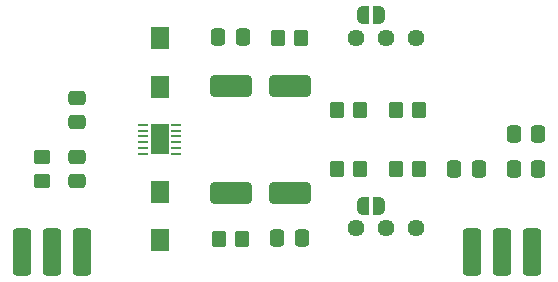
<source format=gts>
%TF.GenerationSoftware,KiCad,Pcbnew,8.0.4*%
%TF.CreationDate,2025-01-20T11:41:48+00:00*%
%TF.ProjectId,r1283_power,72313238-335f-4706-9f77-65722e6b6963,rev?*%
%TF.SameCoordinates,Original*%
%TF.FileFunction,Soldermask,Top*%
%TF.FilePolarity,Negative*%
%FSLAX46Y46*%
G04 Gerber Fmt 4.6, Leading zero omitted, Abs format (unit mm)*
G04 Created by KiCad (PCBNEW 8.0.4) date 2025-01-20 11:41:48*
%MOMM*%
%LPD*%
G01*
G04 APERTURE LIST*
G04 Aperture macros list*
%AMRoundRect*
0 Rectangle with rounded corners*
0 $1 Rounding radius*
0 $2 $3 $4 $5 $6 $7 $8 $9 X,Y pos of 4 corners*
0 Add a 4 corners polygon primitive as box body*
4,1,4,$2,$3,$4,$5,$6,$7,$8,$9,$2,$3,0*
0 Add four circle primitives for the rounded corners*
1,1,$1+$1,$2,$3*
1,1,$1+$1,$4,$5*
1,1,$1+$1,$6,$7*
1,1,$1+$1,$8,$9*
0 Add four rect primitives between the rounded corners*
20,1,$1+$1,$2,$3,$4,$5,0*
20,1,$1+$1,$4,$5,$6,$7,0*
20,1,$1+$1,$6,$7,$8,$9,0*
20,1,$1+$1,$8,$9,$2,$3,0*%
%AMFreePoly0*
4,1,19,0.500000,-0.750000,0.000000,-0.750000,0.000000,-0.744911,-0.071157,-0.744911,-0.207708,-0.704816,-0.327430,-0.627875,-0.420627,-0.520320,-0.479746,-0.390866,-0.500000,-0.250000,-0.500000,0.250000,-0.479746,0.390866,-0.420627,0.520320,-0.327430,0.627875,-0.207708,0.704816,-0.071157,0.744911,0.000000,0.744911,0.000000,0.750000,0.500000,0.750000,0.500000,-0.750000,0.500000,-0.750000,
$1*%
%AMFreePoly1*
4,1,19,0.000000,0.744911,0.071157,0.744911,0.207708,0.704816,0.327430,0.627875,0.420627,0.520320,0.479746,0.390866,0.500000,0.250000,0.500000,-0.250000,0.479746,-0.390866,0.420627,-0.520320,0.327430,-0.627875,0.207708,-0.704816,0.071157,-0.744911,0.000000,-0.744911,0.000000,-0.750000,-0.500000,-0.750000,-0.500000,0.750000,0.000000,0.750000,0.000000,0.744911,0.000000,0.744911,
$1*%
G04 Aperture macros list end*
%ADD10RoundRect,0.062500X0.362500X0.062500X-0.362500X0.062500X-0.362500X-0.062500X0.362500X-0.062500X0*%
%ADD11R,1.600000X2.500000*%
%ADD12RoundRect,0.250000X1.500000X0.650000X-1.500000X0.650000X-1.500000X-0.650000X1.500000X-0.650000X0*%
%ADD13RoundRect,0.250000X-0.350000X-0.450000X0.350000X-0.450000X0.350000X0.450000X-0.350000X0.450000X0*%
%ADD14C,1.440000*%
%ADD15RoundRect,0.250000X-0.475000X0.337500X-0.475000X-0.337500X0.475000X-0.337500X0.475000X0.337500X0*%
%ADD16FreePoly0,180.000000*%
%ADD17FreePoly1,180.000000*%
%ADD18RoundRect,0.250000X0.350000X0.450000X-0.350000X0.450000X-0.350000X-0.450000X0.350000X-0.450000X0*%
%ADD19RoundRect,0.250000X-1.500000X-0.650000X1.500000X-0.650000X1.500000X0.650000X-1.500000X0.650000X0*%
%ADD20RoundRect,0.250000X0.450000X-0.350000X0.450000X0.350000X-0.450000X0.350000X-0.450000X-0.350000X0*%
%ADD21R,1.600000X1.900000*%
%ADD22RoundRect,0.250000X-0.337500X-0.475000X0.337500X-0.475000X0.337500X0.475000X-0.337500X0.475000X0*%
%ADD23RoundRect,0.250000X0.337500X0.475000X-0.337500X0.475000X-0.337500X-0.475000X0.337500X-0.475000X0*%
%ADD24RoundRect,0.250000X-0.500000X-1.750000X0.500000X-1.750000X0.500000X1.750000X-0.500000X1.750000X0*%
%ADD25RoundRect,0.250000X0.500000X1.750000X-0.500000X1.750000X-0.500000X-1.750000X0.500000X-1.750000X0*%
G04 APERTURE END LIST*
D10*
%TO.C,U1*%
X66425000Y-63750000D03*
X66425000Y-63250000D03*
X66425000Y-62750000D03*
X66425000Y-62250000D03*
X66425000Y-61750000D03*
X66425000Y-61250000D03*
X63575000Y-61250000D03*
X63575000Y-61750000D03*
X63575000Y-62250000D03*
X63575000Y-62750000D03*
X63575000Y-63250000D03*
X63575000Y-63750000D03*
D11*
X65000000Y-62500000D03*
%TD*%
D12*
%TO.C,D1*%
X76000000Y-58000000D03*
X71000000Y-58000000D03*
%TD*%
D13*
%TO.C,R5*%
X85000000Y-65000000D03*
X87000000Y-65000000D03*
%TD*%
D14*
%TO.C,RV2*%
X86700000Y-53900000D03*
X84160000Y-53900000D03*
X81620000Y-53900000D03*
%TD*%
D15*
%TO.C,C1*%
X58000000Y-63962500D03*
X58000000Y-66037500D03*
%TD*%
D16*
%TO.C,JP2*%
X83540000Y-68100000D03*
D17*
X82240000Y-68100000D03*
%TD*%
D18*
%TO.C,R2*%
X77000000Y-53900000D03*
X75000000Y-53900000D03*
%TD*%
D19*
%TO.C,D2*%
X71000000Y-67000000D03*
X76000000Y-67000000D03*
%TD*%
D20*
%TO.C,R7*%
X55000000Y-66000000D03*
X55000000Y-64000000D03*
%TD*%
D21*
%TO.C,L2*%
X65000000Y-66950000D03*
X65000000Y-71050000D03*
%TD*%
D13*
%TO.C,R1*%
X85000000Y-60000000D03*
X87000000Y-60000000D03*
%TD*%
%TO.C,R4*%
X70000000Y-70940000D03*
X72000000Y-70940000D03*
%TD*%
%TO.C,R6*%
X80000000Y-65000000D03*
X82000000Y-65000000D03*
%TD*%
D16*
%TO.C,JP1*%
X83540000Y-52000000D03*
D17*
X82240000Y-52000000D03*
%TD*%
D21*
%TO.C,L1*%
X65000000Y-53950000D03*
X65000000Y-58050000D03*
%TD*%
D15*
%TO.C,C4*%
X58000000Y-58962500D03*
X58000000Y-61037500D03*
%TD*%
D22*
%TO.C,C3*%
X89962500Y-65000000D03*
X92037500Y-65000000D03*
%TD*%
%TO.C,C5*%
X69962500Y-53820000D03*
X72037500Y-53820000D03*
%TD*%
D14*
%TO.C,RV5*%
X86700000Y-70000000D03*
X84160000Y-70000000D03*
X81620000Y-70000000D03*
%TD*%
D23*
%TO.C,C7*%
X97037500Y-65000000D03*
X94962500Y-65000000D03*
%TD*%
D13*
%TO.C,R3*%
X80000000Y-60000000D03*
X82000000Y-60000000D03*
%TD*%
D23*
%TO.C,C2*%
X97037500Y-62000000D03*
X94962500Y-62000000D03*
%TD*%
D22*
%TO.C,C6*%
X74962500Y-70860000D03*
X77037500Y-70860000D03*
%TD*%
D24*
%TO.C,J1*%
X53360000Y-72000000D03*
X55900000Y-72000000D03*
X58440000Y-72000000D03*
%TD*%
D25*
%TO.C,J2*%
X96540000Y-72000000D03*
X94000000Y-72000000D03*
X91460000Y-72000000D03*
%TD*%
M02*

</source>
